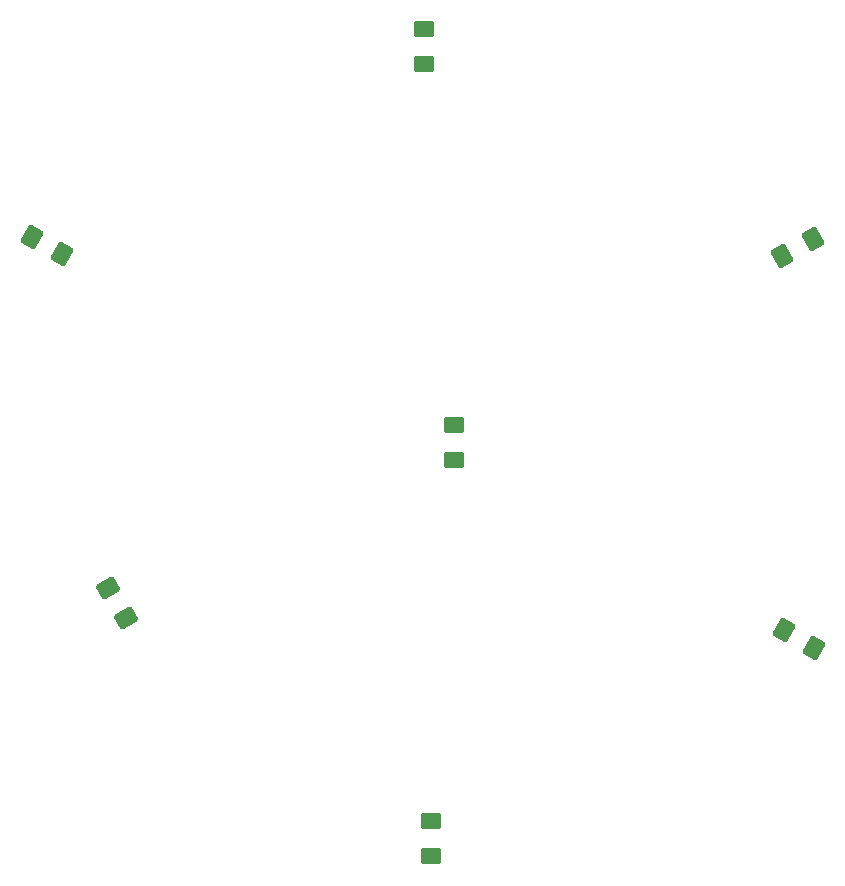
<source format=gbr>
%TF.GenerationSoftware,KiCad,Pcbnew,7.0.7*%
%TF.CreationDate,2023-12-19T22:40:54+02:00*%
%TF.ProjectId,snowflake,736e6f77-666c-4616-9b65-2e6b69636164,rev?*%
%TF.SameCoordinates,Original*%
%TF.FileFunction,Paste,Top*%
%TF.FilePolarity,Positive*%
%FSLAX46Y46*%
G04 Gerber Fmt 4.6, Leading zero omitted, Abs format (unit mm)*
G04 Created by KiCad (PCBNEW 7.0.7) date 2023-12-19 22:40:54*
%MOMM*%
%LPD*%
G01*
G04 APERTURE LIST*
G04 Aperture macros list*
%AMRoundRect*
0 Rectangle with rounded corners*
0 $1 Rounding radius*
0 $2 $3 $4 $5 $6 $7 $8 $9 X,Y pos of 4 corners*
0 Add a 4 corners polygon primitive as box body*
4,1,4,$2,$3,$4,$5,$6,$7,$8,$9,$2,$3,0*
0 Add four circle primitives for the rounded corners*
1,1,$1+$1,$2,$3*
1,1,$1+$1,$4,$5*
1,1,$1+$1,$6,$7*
1,1,$1+$1,$8,$9*
0 Add four rect primitives between the rounded corners*
20,1,$1+$1,$2,$3,$4,$5,0*
20,1,$1+$1,$4,$5,$6,$7,0*
20,1,$1+$1,$6,$7,$8,$9,0*
20,1,$1+$1,$8,$9,$2,$3,0*%
G04 Aperture macros list end*
%ADD10RoundRect,0.250001X0.713035X0.310016X-0.088036X0.772515X-0.713035X-0.310016X0.088036X-0.772515X0*%
%ADD11RoundRect,0.250001X-0.624999X0.462499X-0.624999X-0.462499X0.624999X-0.462499X0.624999X0.462499X0*%
%ADD12RoundRect,0.250001X0.624999X-0.462499X0.624999X0.462499X-0.624999X0.462499X-0.624999X-0.462499X0*%
%ADD13RoundRect,0.250001X0.772515X-0.088036X0.310016X0.713035X-0.772515X0.088036X-0.310016X-0.713035X0*%
%ADD14RoundRect,0.250001X-0.713035X-0.310016X0.088036X-0.772515X0.713035X0.310016X-0.088036X0.772515X0*%
%ADD15RoundRect,0.250001X-0.088036X-0.772515X0.713035X-0.310016X0.088036X0.772515X-0.713035X0.310016X0*%
G04 APERTURE END LIST*
D10*
%TO.C,D6*%
X106175913Y-77553350D03*
X103599487Y-76065850D03*
%TD*%
D11*
%TO.C,D4*%
X137439400Y-125552200D03*
X137439400Y-128527200D03*
%TD*%
D12*
%TO.C,D1*%
X136855200Y-61456900D03*
X136855200Y-58481900D03*
%TD*%
D13*
%TO.C,D5*%
X111589350Y-108374613D03*
X110101850Y-105798187D03*
%TD*%
D14*
%TO.C,D3*%
X167284400Y-109347000D03*
X169860826Y-110834500D03*
%TD*%
D15*
%TO.C,D2*%
X167175687Y-77705750D03*
X169752113Y-76218250D03*
%TD*%
D12*
%TO.C,D7*%
X139369800Y-94934100D03*
X139369800Y-91959100D03*
%TD*%
M02*

</source>
